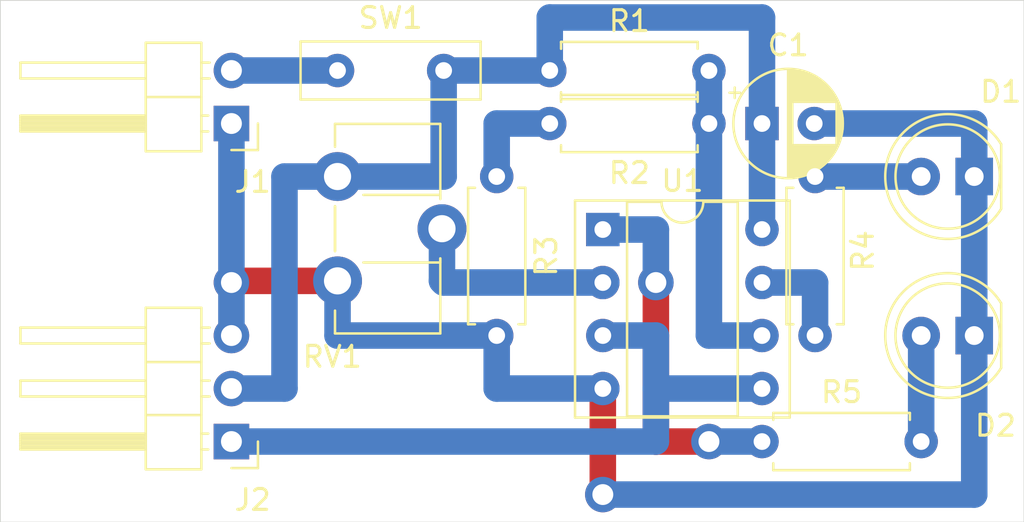
<source format=kicad_pcb>
(kicad_pcb (version 20211014) (generator pcbnew)
  (layers (0 "F.Cu" signal "Front") (31 "B.Cu" signal "Back") (34 "B.Paste" user) (35 "F.Paste" user) (36 "B.SilkS" user "B.Silkscreen") (37 "F.SilkS" user "F.Silkscreen") (38 "B.Mask" user) (39 "F.Mask" user) (44 "Edge.Cuts" user))
  (net 0 "")
  (net 1 "VCC")
  (net 2 "GND")
  (net 3 "Net-(D1-Pad2)")
  (net 4 "Net-(D2-Pad2)")
  (net 5 "/SENS")
  (net 6 "Net-(R1-Pad2)")
  (net 7 "Net-(R2-Pad2)")
  (net 8 "Net-(R4-Pad1)")
  (net 9 "Net-(R5-Pad1)")
  (net 10 "Net-(RV1-Pad2)")
  (net 11 "Net-(J1-Pad2)")
  (footprint "Resistor_THT:R_Axial_DIN0207_L6.3mm_D2.5mm_P7.62mm_Horizontal" (layer "F.Cu") (at 48.26 27.94 -90)
    (fp_text reference "R3" (at 3.81 -2.37 90) (layer "F.SilkS"))
    (fp_text value "470")
    (fp_line (start 0.54 -1.37) (end 7.08 -1.37) (layer "F.SilkS") (width 0.12))
    (fp_line (start 7.08 -1.37) (end 7.08 -1.04) (layer "F.SilkS") (width 0.12))
    (fp_line (start 0.54 1.04) (end 0.54 1.37) (layer "F.SilkS") (width 0.12))
    (fp_line (start 0.54 1.37) (end 7.08 1.37) (layer "F.SilkS") (width 0.12))
    (fp_line (start 0.54 -1.04) (end 0.54 -1.37) (layer "F.SilkS") (width 0.12))
    (fp_line (start 7.08 1.37) (end 7.08 1.04) (layer "F.SilkS") (width 0.12))
    (pad "1" thru_hole circle (at 0 0 270) (size 1.6 1.6) (drill 0.8) (layers *.Cu *.Mask) (net 7 "Net-(R2-Pad2)"))
    (pad "2" thru_hole oval (at 7.62 0 270) (size 1.6 1.6) (drill 0.8) (layers *.Cu *.Mask) (net 2 "GND"))
  )
  (footprint "Resistor_THT:R_Axial_DIN0207_L6.3mm_D2.5mm_P7.62mm_Horizontal" (layer "F.Cu") (at 50.8 22.86)
    (fp_text reference "R1" (at 3.81 -2.37) (layer "F.SilkS"))
    (fp_text value "10k")
    (fp_line (start 0.54 1.37) (end 7.08 1.37) (layer "F.SilkS") (width 0.12))
    (fp_line (start 7.08 -1.37) (end 7.08 -1.04) (layer "F.SilkS") (width 0.12))
    (fp_line (start 0.54 -1.04) (end 0.54 -1.37) (layer "F.SilkS") (width 0.12))
    (fp_line (start 7.08 1.37) (end 7.08 1.04) (layer "F.SilkS") (width 0.12))
    (fp_line (start 0.54 -1.37) (end 7.08 -1.37) (layer "F.SilkS") (width 0.12))
    (fp_line (start 0.54 1.04) (end 0.54 1.37) (layer "F.SilkS") (width 0.12))
    (pad "1" thru_hole circle (at 0 0) (size 1.6 1.6) (drill 0.8) (layers *.Cu *.Mask) (net 1 "VCC"))
    (pad "2" thru_hole oval (at 7.62 0) (size 1.6 1.6) (drill 0.8) (layers *.Cu *.Mask) (net 6 "Net-(R1-Pad2)"))
  )
  (footprint "LED_THT:LED_D5.0mm" (layer "F.Cu") (at 71.12 27.94 180)
    (fp_text reference "D1" (at -1.27 4.064) (layer "F.SilkS"))
    (fp_text value "RED")
    (fp_line (start -1.29 -1.545) (end -1.29 1.545) (layer "F.SilkS") (width 0.12))
    (fp_arc (start 4.26 -0.000462) (mid 2.072002 2.880433) (end -1.29 1.54483) (layer "F.SilkS") (width 0.12))
    (fp_arc (start -1.29 -1.54483) (mid 2.072002 -2.880433) (end 4.26 0.000462) (layer "F.SilkS") (width 0.12))
    (fp_circle (center 1.27 0) (end 3.77 0) (layer "F.SilkS") (width 0.12) (fill none))
    (pad "1" thru_hole rect (at 0 0 180) (size 1.8 1.8) (drill 0.9) (layers *.Cu *.Mask) (net 2 "GND"))
    (pad "2" thru_hole circle (at 2.54 0 180) (size 1.8 1.8) (drill 0.9) (layers *.Cu *.Mask) (net 3 "Net-(D1-Pad2)"))
  )
  (footprint "Capacitor_THT:CP_Radial_D5.0mm_P2.50mm" (layer "F.Cu") (at 60.96 25.4)
    (fp_text reference "C1" (at 1.25 -3.75) (layer "F.SilkS"))
    (fp_text value "100p")
    (fp_line (start 3.291 1.04) (end 3.291 1.605) (layer "F.SilkS") (width 0.12))
    (fp_line (start 3.371 1.04) (end 3.371 1.5) (layer "F.SilkS") (width 0.12))
    (fp_line (start 2.571 1.04) (end 2.571 2.224) (layer "F.SilkS") (width 0.12))
    (fp_line (start 3.091 -1.826) (end 3.091 -1.04) (layer "F.SilkS") (width 0.12))
    (fp_line (start 2.611 1.04) (end 2.611 2.2) (layer "F.SilkS") (width 0.12))
    (fp_line (start 2.691 -2.149) (end 2.691 -1.04) (layer "F.SilkS") (width 0.12))
    (fp_line (start 3.331 -1.554) (end 3.331 -1.04) (layer "F.SilkS") (width 0.12))
    (fp_line (start 2.851 1.04) (end 2.851 2.035) (layer "F.SilkS") (width 0.12))
    (fp_line (start 3.811 -0.518) (end 3.811 0.518) (layer "F.SilkS") (width 0.12))
    (fp_line (start 1.81 1.04) (end 1.81 2.52) (layer "F.SilkS") (width 0.12))
    (fp_line (start 1.69 -2.543) (end 1.69 -1.04) (layer "F.SilkS") (width 0.12))
    (fp_line (start 2.291 1.04) (end 2.291 2.365) (layer "F.SilkS") (width 0.12))
    (fp_line (start 2.051 -2.455) (end 2.051 -1.04) (layer "F.SilkS") (width 0.12))
    (fp_line (start 1.65 -2.55) (end 1.65 -1.04) (layer "F.SilkS") (width 0.12))
    (fp_line (start 3.211 -1.699) (end 3.211 -1.04) (layer "F.SilkS") (width 0.12))
    (fp_line (start -1.554775 -1.475) (end -1.054775 -1.475) (layer "F.SilkS") (width 0.12))
    (fp_line (start 3.571 -1.178) (end 3.571 1.178) (layer "F.SilkS") (width 0.12))
    (fp_line (start 1.61 -2.556) (end 1.61 -1.04) (layer "F.SilkS") (width 0.12))
    (fp_line (start 1.53 1.04) (end 1.53 2.565) (layer "F.SilkS") (width 0.12))
    (fp_line (start 2.171 -2.414) (end 2.171 -1.04) (layer "F.SilkS") (width 0.12))
    (fp_line (start 2.851 -2.035) (end 2.851 -1.04) (layer "F.SilkS") (width 0.12))
    (fp_line (start 2.451 1.04) (end 2.451 2.29) (layer "F.SilkS") (width 0.12))
    (fp_line (start 2.531 1.04) (end 2.531 2.247) (layer "F.SilkS") (width 0.12))
    (fp_line (start 2.571 -2.224) (end 2.571 -1.04) (layer "F.SilkS") (width 0.12))
    (fp_line (start 2.451 -2.29) (end 2.451 -1.04) (layer "F.SilkS") (width 0.12))
    (fp_line (start 2.171 1.04) (end 2.171 2.414) (layer "F.SilkS") (width 0.12))
    (fp_line (start 2.251 1.04) (end 2.251 2.382) (layer "F.SilkS") (width 0.12))
    (fp_line (start 3.411 1.04) (end 3.411 1.443) (layer "F.SilkS") (width 0.12))
    (fp_line (start 2.251 -2.382) (end 2.251 -1.04) (layer "F.SilkS") (width 0.12))
    (fp_line (start 3.251 -1.653) (end 3.251 -1.04) (layer "F.SilkS") (width 0.12))
    (fp_line (start 1.69 1.04) (end 1.69 2.543) (layer "F.SilkS") (width 0.12))
    (fp_line (start 2.651 -2.175) (end 2.651 -1.04) (layer "F.SilkS") (width 0.12))
    (fp_line (start 1.77 1.04) (end 1.77 2.528) (layer "F.SilkS") (width 0.12))
    (fp_line (start 3.411 -1.443) (end 3.411 -1.04) (layer "F.SilkS") (width 0.12))
    (fp_line (start 1.49 -2.569) (end 1.49 -1.04) (layer "F.SilkS") (width 0.12))
    (fp_line (start 3.451 1.04) (end 3.451 1.383) (layer "F.SilkS") (width 0.12))
    (fp_line (start 2.091 1.04) (end 2.091 2.442) (layer "F.SilkS") (width 0.12))
    (fp_line (start 1.85 -2.511) (end 1.85 -1.04) (layer "F.SilkS") (width 0.12))
    (fp_line (start 1.85 1.04) (end 1.85 2.511) (layer "F.SilkS") (width 0.12))
    (fp_line (start 2.651 1.04) (end 2.651 2.175) (layer "F.SilkS") (width 0.12))
    (fp_line (start 2.771 -2.095) (end 2.771 -1.04) (layer "F.SilkS") (width 0.12))
    (fp_line (start 1.73 -2.536) (end 1.73 -1.04) (layer "F.SilkS") (width 0.12))
    (fp_line (start 3.331 1.04) (end 3.331 1.554) (layer "F.SilkS") (width 0.12))
    (fp_line (start 2.411 -2.31) (end 2.411 -1.04) (layer "F.SilkS") (width 0.12))
    (fp_line (start 2.771 1.04) (end 2.771 2.095) (layer "F.SilkS") (width 0.12))
    (fp_line (start 3.091 1.04) (end 3.091 1.826) (layer "F.SilkS") (width 0.12))
    (fp_line (start 3.611 -1.098) (end 3.611 1.098) (layer "F.SilkS") (width 0.12))
    (fp_line (start 2.011 -2.468) (end 2.011 -1.04) (layer "F.SilkS") (width 0.12))
    (fp_line (start 3.211 1.04) (end 3.211 1.699) (layer "F.SilkS") (width 0.12))
    (fp_line (start 2.131 -2.428) (end 2.131 -1.04) (layer "F.SilkS") (width 0.12))
    (fp_line (start 2.811 1.04) (end 2.811 2.065) (layer "F.SilkS") (width 0.12))
    (fp_line (start 1.49 1.04) (end 1.49 2.569) (layer "F.SilkS") (width 0.12))
    (fp_line (start 3.051 -1.864) (end 3.051 -1.04) (layer "F.SilkS") (width 0.12))
    (fp_line (start 2.331 1.04) (end 2.331 2.348) (layer "F.SilkS") (width 0.12))
    (fp_line (start 1.45 -2.573) (end 1.45 2.573) (layer "F.SilkS") (width 0.12))
    (fp_line (start 1.971 1.04) (end 1.971 2.48) (layer "F.SilkS") (width 0.12))
    (fp_line (start 2.091 -2.442) (end 2.091 -1.04) (layer "F.SilkS") (width 0.12))
    (fp_line (start 2.971 1.04) (end 2.971 1.937) (layer "F.SilkS") (width 0.12))
    (fp_line (start 3.131 1.04) (end 3.131 1.785) (layer "F.SilkS") (width 0.12))
    (fp_line (start 2.291 -2.365) (end 2.291 -1.04) (layer "F.SilkS") (width 0.12))
    (fp_line (start 2.331 -2.348) (end 2.331 -1.04) (layer "F.SilkS") (width 0.12))
    (fp_line (start 1.57 -2.561) (end 1.57 -1.04) (layer "F.SilkS") (width 0.12))
    (fp_line (start 1.73 1.04) (end 1.73 2.536) (layer "F.SilkS") (width 0.12))
    (fp_line (start 2.371 1.04) (end 2.371 2.329) (layer "F.SilkS") (width 0.12))
    (fp_line (start 3.171 1.04) (end 3.171 1.743) (layer "F.SilkS") (width 0.12))
    (fp_line (start 1.81 -2.52) (end 1.81 -1.04) (layer "F.SilkS") (width 0.12))
    (fp_line (start 1.89 -2.501) (end 1.89 -1.04) (layer "F.SilkS") (width 0.12))
    (fp_line (start 2.371 -2.329) (end 2.371 -1.04) (layer "F.SilkS") (width 0.12))
    (fp_line (start 1.57 1.04) (end 1.57 2.561) (layer "F.SilkS") (width 0.12))
    (fp_line (start 3.131 -1.785) (end 3.131 -1.04) (layer "F.SilkS") (width 0.12))
    (fp_line (start 2.131 1.04) (end 2.131 2.428) (layer "F.SilkS") (width 0.12))
    (fp_line (start 2.691 1.04) (end 2.691 2.149) (layer "F.SilkS") (width 0.12))
    (fp_line (start 3.731 -0.805) (end 3.731 0.805) (layer "F.SilkS") (width 0.12))
    (fp_line (start 2.051 1.04) (end 2.051 2.455) (layer "F.SilkS") (width 0.12))
    (fp_line (start 1.77 -2.528) (end 1.77 -1.04) (layer "F.SilkS") (width 0.12))
    (fp_line (start 2.931 1.04) (end 2.931 1.971) (layer "F.SilkS") (width 0.12))
    (fp_line (start 2.211 -2.398) (end 2.211 -1.04) (layer "F.SilkS") (width 0.12))
    (fp_line (start 3.011 1.04) (end 3.011 1.901) (layer "F.SilkS") (width 0.12))
    (fp_line (start 3.691 -0.915) (end 3.691 0.915) (layer "F.SilkS") (width 0.12))
    (fp_line (start 2.411 1.04) (end 2.411 2.31) (layer "F.SilkS") (width 0.12))
    (fp_line (start 2.891 1.04) (end 2.891 2.004) (layer "F.SilkS") (width 0.12))
    (fp_line (start 1.93 -2.491) (end 1.93 -1.04) (layer "F.SilkS") (width 0.12))
    (fp_line (start 1.61 1.04) (end 1.61 2.556) (layer "F.SilkS") (width 0.12))
    (fp_line (start 1.89 1.04) (end 1.89 2.501) (layer "F.SilkS") (width 0.12))
    (fp_line (start 2.491 1.04) (end 2.491 2.268) (layer "F.SilkS") (width 0.12))
    (fp_line (start 2.491 -2.268) (end 2.491 -1.04) (layer "F.SilkS") (width 0.12))
    (fp_line (start 3.051 1.04) (end 3.051 1.864) (layer "F.SilkS") (width 0.12))
    (fp_line (start 2.211 1.04) (end 2.211 2.398) (layer "F.SilkS") (width 0.12))
    (fp_line (start -1.304775 -1.725) (end -1.304775 -1.225) (layer "F.SilkS") (width 0.12))
    (fp_line (start 1.65 1.04) (end 1.65 2.55) (layer "F.SilkS") (width 0.12))
    (fp_line (start 2.011 1.04) (end 2.011 2.468) (layer "F.SilkS") (width 0.12))
    (fp_line (start 1.33 -2.579) (end 1.33 2.579) (layer "F.SilkS") (width 0.12))
    (fp_line (start 1.25 -2.58) (end 1.25 2.58) (layer "F.SilkS") (width 0.12))
    (fp_line (start 3.291 -1.605) (end 3.291 -1.04) (layer "F.SilkS") (width 0.12))
    (fp_line (start 3.371 -1.5) (end 3.371 -1.04) (layer "F.SilkS") (width 0.12))
    (fp_line (start 3.171 -1.743) (end 3.171 -1.04) (layer "F.SilkS") (width 0.12))
    (fp_line (start 3.251 1.04) (end 3.251 1.653) (layer "F.SilkS") (width 0.12))
    (fp_line (start 1.29 -2.58) (end 1.29 2.58) (layer "F.SilkS") (width 0.12))
    (fp_line (start 3.531 1.04) (end 3.531 1.251) (layer "F.SilkS") (width 0.12))
    (fp_line (start 2.731 1.04) (end 2.731 2.122) (layer "F.SilkS") (width 0.12))
    (fp_line (start 3.651 -1.011) (end 3.651 1.011) (layer "F.SilkS") (width 0.12))
    (fp_line (start 1.93 1.04) (end 1.93 2.491) (layer "F.SilkS") (width 0.12))
    (fp_line (start 3.491 -1.319) (end 3.491 -1.04) (layer "F.SilkS") (width 0.12))
    (fp_line (start 1.41 -2.576) (end 1.41 2.576) (layer "F.SilkS") (width 0.12))
    (fp_line (start 2.531 -2.247) (end 2.531 -1.04) (layer "F.SilkS") (width 0.12))
    (fp_line (start 2.891 -2.004) (end 2.891 -1.04) (layer "F.SilkS") (width 0.12))
    (fp_line (start 1.37 -2.578) (end 1.37 2.578) (layer "F.SilkS") (width 0.12))
    (fp_line (start 2.931 -1.971) (end 2.931 -1.04) (layer "F.SilkS") (width 0.12))
    (fp_line (start 3.771 -0.677) (end 3.771 0.677) (layer "F.SilkS") (width 0.12))
    (fp_line (start 3.451 -1.383) (end 3.451 -1.04) (layer "F.SilkS") (width 0.12))
    (fp_line (start 3.491 1.04) (end 3.491 1.319) (layer "F.SilkS") (width 0.12))
    (fp_line (start 1.971 -2.48) (end 1.971 -1.04) (layer "F.SilkS") (width 0.12))
    (fp_line (start 2.611 -2.2) (end 2.611 -1.04) (layer "F.SilkS") (width 0.12))
    (fp_line (start 1.53 -2.565) (end 1.53 -1.04) (layer "F.SilkS") (width 0.12))
    (fp_line (start 2.971 -1.937) (end 2.971 -1.04) (layer "F.SilkS") (width 0.12))
    (fp_line (start 2.811 -2.065) (end 2.811 -1.04) (layer "F.SilkS") (width 0.12))
    (fp_line (start 3.531 -1.251) (end 3.531 -1.04) (layer "F.SilkS") (width 0.12))
    (fp_line (start 3.011 -1.901) (end 3.011 -1.04) (layer "F.SilkS") (width 0.12))
    (fp_line (start 2.731 -2.122) (end 2.731 -1.04) (layer "F.SilkS") (width 0.12))
    (fp_line (start 3.851 -0.284) (end 3.851 0.284) (layer "F.SilkS") (width 0.12))
    (fp_circle (center 1.25 0) (end 3.87 0) (layer "F.SilkS") (width 0.12) (fill none))
    (pad "1" thru_hole rect (at 0 0) (size 1.6 1.6) (drill 0.8) (layers *.Cu *.Mask) (net 1 "VCC"))
    (pad "2" thru_hole circle (at 2.5 0) (size 1.6 1.6) (drill 0.8) (layers *.Cu *.Mask) (net 2 "GND"))
  )
  (footprint "Resistor_THT:R_Box_L8.4mm_W2.5mm_P5.08mm" (layer "F.Cu") (at 40.64 22.86)
    (fp_text reference "SW1" (at 2.54 -2.52) (layer "F.SilkS"))
    (fp_text value "ON/OFF")
    (fp_line (start -1.77 -1.39) (end 6.85 -1.39) (layer "F.SilkS") (width 0.12))
    (fp_line (start -1.77 1.39) (end 6.85 1.39) (layer "F.SilkS") (width 0.12))
    (fp_line (start 6.85 -1.39) (end 6.85 1.39) (layer "F.SilkS") (width 0.12))
    (fp_line (start -1.77 -1.39) (end -1.77 1.39) (layer "F.SilkS") (width 0.12))
    (pad "1" thru_hole circle (at 0 0) (size 1.6 1.6) (drill 0.8) (layers *.Cu *.Mask) (net 11 "Net-(J1-Pad2)"))
    (pad "2" thru_hole circle (at 5.08 0) (size 1.6 1.6) (drill 0.8) (layers *.Cu *.Mask) (net 1 "VCC"))
  )
  (footprint "Potentiometer_THT:Potentiometer_ACP_CA9-H5_Horizontal" (layer "F.Cu") (at 40.64 27.94)
    (fp_text reference "RV1" (at -0.254 8.636) (layer "F.SilkS"))
    (fp_text value "5k")
    (fp_line (start 4.92 3.925) (end 4.92 7.52) (layer "F.SilkS") (width 0.12))
    (fp_line (start 1.237 4.12) (end 4.92 4.12) (layer "F.SilkS") (width 0.12))
    (fp_line (start 4.92 0.88) (end 4.92 1.075) (layer "F.SilkS") (width 0.12))
    (fp_line (start -0.121 -2.521) (end -0.121 -1.426) (layer "F.SilkS") (width 0.12))
    (fp_line (start -0.121 -2.521) (end 4.92 -2.521) (layer "F.SilkS") (width 0.12))
    (fp_line (start -0.121 1.426) (end -0.121 3.575) (layer "F.SilkS") (width 0.12))
    (fp_line (start 4.92 -2.521) (end 4.92 1.075) (layer "F.SilkS") (width 0.12))
    (fp_line (start -0.121 1.426) (end -0.121 3.575) (layer "F.SilkS") (width 0.12))
    (fp_line (start -0.121 7.52) (end 4.92 7.52) (layer "F.SilkS") (width 0.12))
    (fp_line (start 1.237 0.88) (end 4.92 0.88) (layer "F.SilkS") (width 0.12))
    (fp_line (start -0.121 6.425) (end -0.121 7.52) (layer "F.SilkS") (width 0.12))
    (fp_line (start 4.92 3.925) (end 4.92 4.12) (layer "F.SilkS") (width 0.12))
    (pad "1" thru_hole circle (at 0 0) (size 2.34 2.34) (drill 1.3) (layers *.Cu *.Mask) (net 1 "VCC"))
    (pad "2" thru_hole circle (at 5 2.5) (size 2.34 2.34) (drill 1.3) (layers *.Cu *.Mask) (net 10 "Net-(RV1-Pad2)"))
    (pad "3" thru_hole circle (at 0 5) (size 2.34 2.34) (drill 1.3) (layers *.Cu *.Mask) (net 2 "GND"))
  )
  (footprint "Resistor_THT:R_Axial_DIN0207_L6.3mm_D2.5mm_P7.62mm_Horizontal" (layer "F.Cu") (at 63.5 35.56 90)
    (fp_text reference "R4" (at 4.064 2.286 90) (layer "F.SilkS"))
    (fp_text value "100")
    (fp_line (start 0.54 1.04) (end 0.54 1.37) (layer "F.SilkS") (width 0.12))
    (fp_line (start 0.54 1.37) (end 7.08 1.37) (layer "F.SilkS") (width 0.12))
    (fp_line (start 0.54 -1.04) (end 0.54 -1.37) (layer "F.SilkS") (width 0.12))
    (fp_line (start 7.08 1.37) (end 7.08 1.04) (layer "F.SilkS") (width 0.12))
    (fp_line (start 0.54 -1.37) (end 7.08 -1.37) (layer "F.SilkS") (width 0.12))
    (fp_line (start 7.08 -1.37) (end 7.08 -1.04) (layer "F.SilkS") (width 0.12))
    (pad "1" thru_hole circle (at 0 0 90) (size 1.6 1.6) (drill 0.8) (layers *.Cu *.Mask) (net 8 "Net-(R4-Pad1)"))
    (pad "2" thru_hole oval (at 7.62 0 90) (size 1.6 1.6) (drill 0.8) (layers *.Cu *.Mask) (net 3 "Net-(D1-Pad2)"))
  )
  (footprint "Package_DIP:DIP-8_W7.62mm_Socket" (layer "F.Cu") (at 53.34 30.48)
    (fp_text reference "U1" (at 3.81 -2.33) (layer "F.SilkS"))
    (fp_text value "LM358")
    (fp_line (start 8.95 9.01) (end 8.95 -1.39) (layer "F.SilkS") (width 0.12))
    (fp_line (start 6.46 -1.33) (end 4.81 -1.33) (layer "F.SilkS") (width 0.12))
    (fp_line (start -1.33 9.01) (end 8.95 9.01) (layer "F.SilkS") (width 0.12))
    (fp_line (start 1.16 -1.33) (end 1.16 8.95) (layer "F.SilkS") (width 0.12))
    (fp_line (start 2.81 -1.33) (end 1.16 -1.33) (layer "F.SilkS") (width 0.12))
    (fp_line (start 1.16 8.95) (end 6.46 8.95) (layer "F.SilkS") (width 0.12))
    (fp_line (start 8.95 -1.39) (end -1.33 -1.39) (layer "F.SilkS") (width 0.12))
    (fp_line (start 6.46 8.95) (end 6.46 -1.33) (layer "F.SilkS") (width 0.12))
    (fp_line (start -1.33 -1.39) (end -1.33 9.01) (layer "F.SilkS") (width 0.12))
    (fp_arc (start 4.81 -1.33) (mid 3.81 -0.33) (end 2.81 -1.33) (layer "F.SilkS") (width 0.12))
    (pad "1" thru_hole rect (at 0 0) (size 1.6 1.6) (drill 0.8) (layers *.Cu *.Mask) (net 9 "Net-(R5-Pad1)"))
    (pad "2" thru_hole oval (at 0 2.54) (size 1.6 1.6) (drill 0.8) (layers *.Cu *.Mask) (net 10 "Net-(RV1-Pad2)"))
    (pad "3" thru_hole oval (at 0 5.08) (size 1.6 1.6) (drill 0.8) (layers *.Cu *.Mask) (net 5 "/SENS"))
    (pad "4" thru_hole oval (at 0 7.62) (size 1.6 1.6) (drill 0.8) (layers *.Cu *.Mask) (net 2 "GND"))
    (pad "5" thru_hole oval (at 7.62 7.62) (size 1.6 1.6) (drill 0.8) (layers *.Cu *.Mask) (net 5 "/SENS"))
    (pad "6" thru_hole oval (at 7.62 5.08) (size 1.6 1.6) (drill 0.8) (layers *.Cu *.Mask) (net 6 "Net-(R1-Pad2)"))
    (pad "7" thru_hole oval (at 7.62 2.54) (size 1.6 1.6) (drill 0.8) (layers *.Cu *.Mask) (net 8 "Net-(R4-Pad1)"))
    (pad "8" thru_hole oval (at 7.62 0) (size 1.6 1.6) (drill 0.8) (layers *.Cu *.Mask) (net 1 "VCC"))
  )
  (footprint "Connector_PinHeader_2.54mm:PinHeader_1x02_P2.54mm_Horizontal" (layer "F.Cu") (at 35.56 25.4 180)
    (fp_text reference "J1" (at -1.016 -2.794) (layer "F.SilkS"))
    (fp_text value "PWR")
    (fp_line (start 10.1 2.92) (end 4.1 2.92) (layer "F.SilkS") (width 0.12))
    (fp_line (start 1.11 0.38) (end 1.44 0.38) (layer "F.SilkS") (width 0.12))
    (fp_line (start 10.1 0.38) (end 4.1 0.38) (layer "F.SilkS") (width 0.12))
    (fp_line (start 4.1 -0.32) (end 10.1 -0.32) (layer "F.SilkS") (width 0.12))
    (fp_line (start 1.44 3.87) (end 4.1 3.87) (layer "F.SilkS") (width 0.12))
    (fp_line (start 4.1 -0.2) (end 10.1 -0.2) (layer "F.SilkS") (width 0.12))
    (fp_line (start 1.44 -1.33) (end 1.44 3.87) (layer "F.SilkS") (width 0.12))
    (fp_line (start -1.27 0) (end -1.27 -1.27) (layer "F.SilkS") (width 0.12))
    (fp_line (start 4.1 -0.38) (end 10.1 -0.38) (layer "F.SilkS") (width 0.12))
    (fp_line (start 4.1 -0.08) (end 10.1 -0.08) (layer "F.SilkS") (width 0.12))
    (fp_line (start -1.27 -1.27) (end 0 -1.27) (layer "F.SilkS") (width 0.12))
    (fp_line (start 4.1 0.16) (end 10.1 0.16) (layer "F.SilkS") (width 0.12))
    (fp_line (start 1.11 -0.38) (end 1.44 -0.38) (layer "F.SilkS") (width 0.12))
    (fp_line (start 10.1 2.16) (end 10.1 2.92) (layer "F.SilkS") (width 0.12))
    (fp_line (start 10.1 -0.38) (end 10.1 0.38) (layer "F.SilkS") (width 0.12))
    (fp_line (start 4.1 -1.33) (end 1.44 -1.33) (layer "F.SilkS") (width 0.12))
    (fp_line (start 4.1 0.28) (end 10.1 0.28) (layer "F.SilkS") (width 0.12))
    (fp_line (start 1.042929 2.16) (end 1.44 2.16) (layer "F.SilkS") (width 0.12))
    (fp_line (start 4.1 2.16) (end 10.1 2.16) (layer "F.SilkS") (width 0.12))
    (fp_line (start 4.1 3.87) (end 4.1 -1.33) (layer "F.SilkS") (width 0.12))
    (fp_line (start 4.1 0.04) (end 10.1 0.04) (layer "F.SilkS") (width 0.12))
    (fp_line (start 1.44 1.27) (end 4.1 1.27) (layer "F.SilkS") (width 0.12))
    (fp_line (start 1.042929 2.92) (end 1.44 2.92) (layer "F.SilkS") (width 0.12))
    (pad "1" thru_hole rect (at 0 0 180) (size 1.7 1.7) (drill 1) (layers *.Cu *.Mask) (net 2 "GND"))
    (pad "2" thru_hole oval (at 0 2.54 180) (size 1.7 1.7) (drill 1) (layers *.Cu *.Mask) (net 11 "Net-(J1-Pad2)"))
  )
  (footprint "Resistor_THT:R_Axial_DIN0207_L6.3mm_D2.5mm_P7.62mm_Horizontal" (layer "F.Cu") (at 58.42 25.4 180)
    (fp_text reference "R2" (at 3.81 -2.37) (layer "F.SilkS"))
    (fp_text value "10k")
    (fp_line (start 7.08 -1.37) (end 7.08 -1.04) (layer "F.SilkS") (width 0.12))
    (fp_line (start 0.54 1.04) (end 0.54 1.37) (layer "F.SilkS") (width 0.12))
    (fp_line (start 7.08 1.37) (end 7.08 1.04) (layer "F.SilkS") (width 0.12))
    (fp_line (start 0.54 1.37) (end 7.08 1.37) (layer "F.SilkS") (width 0.12))
    (fp_line (start 0.54 -1.37) (end 7.08 -1.37) (layer "F.SilkS") (width 0.12))
    (fp_line (start 0.54 -1.04) (end 0.54 -1.37) (layer "F.SilkS") (width 0.12))
    (pad "1" thru_hole circle (at 0 0 180) (size 1.6 1.6) (drill 0.8) (layers *.Cu *.Mask) (net 6 "Net-(R1-Pad2)"))
    (pad "2" thru_hole oval (at 7.62 0 180) (size 1.6 1.6) (drill 0.8) (layers *.Cu *.Mask) (net 7 "Net-(R2-Pad2)"))
  )
  (footprint "Connector_PinHeader_2.54mm:PinHeader_1x03_P2.54mm_Horizontal" (layer "F.Cu") (at 35.56 40.64 180)
    (fp_text reference "J2" (at -1.016 -2.794) (layer "F.SilkS"))
    (fp_text value "SENS")
    (fp_line (start 10.1 0.38) (end 4.1 0.38) (layer "F.SilkS") (width 0.12))
    (fp_line (start 1.042929 5.46) (end 1.44 5.46) (layer "F.SilkS") (width 0.12))
    (fp_line (start 1.44 -1.33) (end 1.44 6.41) (layer "F.SilkS") (width 0.12))
    (fp_line (start 1.042929 2.92) (end 1.44 2.92) (layer "F.SilkS") (width 0.12))
    (fp_line (start 10.1 4.7) (end 10.1 5.46) (layer "F.SilkS") (width 0.12))
    (fp_line (start 4.1 -1.33) (end 1.44 -1.33) (layer "F.SilkS") (width 0.12))
    (fp_line (start 10.1 5.46) (end 4.1 5.46) (layer "F.SilkS") (width 0.12))
    (fp_line (start 1.11 -0.38) (end 1.44 -0.38) (layer "F.SilkS") (width 0.12))
    (fp_line (start 1.11 0.38) (end 1.44 0.38) (layer "F.SilkS") (width 0.12))
    (fp_line (start 4.1 4.7) (end 10.1 4.7) (layer "F.SilkS") (width 0.12))
    (fp_line (start 1.042929 2.16) (end 1.44 2.16) (layer "F.SilkS") (width 0.12))
    (fp_line (start 1.042929 4.7) (end 1.44 4.7) (layer "F.SilkS") (width 0.12))
    (fp_line (start 1.44 3.81) (end 4.1 3.81) (layer "F.SilkS") (width 0.12))
    (fp_line (start 10.1 2.92) (end 4.1 2.92) (layer "F.SilkS") (width 0.12))
    (fp_line (start 4.1 -0.38) (end 10.1 -0.38) (layer "F.SilkS") (width 0.12))
    (fp_line (start 4.1 0.16) (end 10.1 0.16) (layer "F.SilkS") (width 0.12))
    (fp_line (start 10.1 2.16) (end 10.1 2.92) (layer "F.SilkS") (width 0.12))
    (fp_line (start 4.1 -0.08) (end 10.1 -0.08) (layer "F.SilkS") (width 0.12))
    (fp_line (start -1.27 -1.27) (end 0 -1.27) (layer "F.SilkS") (width 0.12))
    (fp_line (start 1.44 1.27) (end 4.1 1.27) (layer "F.SilkS") (width 0.12))
    (fp_line (start 4.1 -0.2) (end 10.1 -0.2) (layer "F.SilkS") (width 0.12))
    (fp_line (start 4.1 2.16) (end 10.1 2.16) (layer "F.SilkS") (width 0.12))
    (fp_line (start 4.1 0.28) (end 10.1 0.28) (layer "F.SilkS") (width 0.12))
    (fp_line (start 4.1 -0.32) (end 10.1 -0.32) (layer "F.SilkS") (width 0.12))
    (fp_line (start 1.44 6.41) (end 4.1 6.41) (layer "F.SilkS") (width 0.12))
    (fp_line (start -1.27 0) (end -1.27 -1.27) (layer "F.SilkS") (width 0.12))
    (fp_line (start 4.1 6.41) (end 4.1 -1.33) (layer "F.SilkS") (width 0.12))
    (fp_line (start 10.1 -0.38) (end 10.1 0.38) (layer "F.SilkS") (width 0.12))
    (fp_line (start 4.1 0.04) (end 10.1 0.04) (layer "F.SilkS") (width 0.12))
    (pad "1" thru_hole rect (at 0 0 180) (size 1.7 1.7) (drill 1) (layers *.Cu *.Mask) (net 5 "/SENS"))
    (pad "2" thru_hole oval (at 0 2.54 180) (size 1.7 1.7) (drill 1) (layers *.Cu *.Mask) (net 1 "VCC"))
    (pad "3" thru_hole oval (at 0 5.08 180) (size 1.7 1.7) (drill 1) (layers *.Cu *.Mask) (net 2 "GND"))
  )
  (footprint "LED_THT:LED_D5.0mm" (layer "F.Cu") (at 71.12 35.56 180)
    (fp_text reference "D2" (at -1.016 -4.318) (layer "F.SilkS"))
    (fp_text value "YEL")
    (fp_line (start -1.29 -1.545) (end -1.29 1.545) (layer "F.SilkS") (width 0.12))
    (fp_arc (start 4.26 -0.000462) (mid 2.072002 2.880433) (end -1.29 1.54483) (layer "F.SilkS") (width 0.12))
    (fp_arc (start -1.29 -1.54483) (mid 2.072002 -2.880433) (end 4.26 0.000462) (layer "F.SilkS") (width 0.12))
    (fp_circle (center 1.27 0) (end 3.77 0) (layer "F.SilkS") (width 0.12) (fill none))
    (pad "1" thru_hole rect (at 0 0 180) (size 1.8 1.8) (drill 0.9) (layers *.Cu *.Mask) (net 2 "GND"))
    (pad "2" thru_hole circle (at 2.54 0 180) (size 1.8 1.8) (drill 0.9) (layers *.Cu *.Mask) (net 4 "Net-(D2-Pad2)"))
  )
  (footprint "Resistor_THT:R_Axial_DIN0207_L6.3mm_D2.5mm_P7.62mm_Horizontal" (layer "F.Cu") (at 60.96 40.64)
    (fp_text reference "R5" (at 3.81 -2.37) (layer "F.SilkS"))
    (fp_text value "100")
    (fp_line (start 0.54 -1.04) (end 0.54 -1.37) (layer "F.SilkS") (width 0.12))
    (fp_line (start 0.54 1.04) (end 0.54 1.37) (layer "F.SilkS") (width 0.12))
    (fp_line (start 7.08 1.37) (end 7.08 1.04) (layer "F.SilkS") (width 0.12))
    (fp_line (start 0.54 -1.37) (end 7.08 -1.37) (layer "F.SilkS") (width 0.12))
    (fp_line (start 0.54 1.37) (end 7.08 1.37) (layer "F.SilkS") (width 0.12))
    (fp_line (start 7.08 -1.37) (end 7.08 -1.04) (layer "F.SilkS") (width 0.12))
    (pad "1" thru_hole circle (at 0 0) (size 1.6 1.6) (drill 0.8) (layers *.Cu *.Mask) (net 9 "Net-(R5-Pad1)"))
    (pad "2" thru_hole oval (at 7.62 0) (size 1.6 1.6) (drill 0.8) (layers *.Cu *.Mask) (net 4 "Net-(D2-Pad2)"))
  )
  (gr_rect (start 24.5 19.5) (end 73.5 44.5) (layer "Edge.Cuts") (width 0.0381) (fill none))
  (segment (start 38.1 38.1) (end 35.56 38.1) (width 1.27) (layer "B.Cu") (net 1))
  (segment (start 60.96 20.32) (end 50.8 20.32) (width 1.27) (layer "B.Cu") (net 1))
  (segment (start 60.96 25.4) (end 60.96 20.32) (width 1.27) (layer "B.Cu") (net 1))
  (segment (start 50.8 20.32) (end 50.8 22.86) (width 1.27) (layer "B.Cu") (net 1))
  (segment (start 45.72 22.86) (end 50.8 22.86) (width 1.27) (layer "B.Cu") (net 1))
  (segment (start 45.72 27.94) (end 40.64 27.94) (width 1.27) (layer "B.Cu") (net 1))
  (segment (start 45.72 22.86) (end 45.72 27.94) (width 1.27) (layer "B.Cu") (net 1))
  (segment (start 60.96 25.4) (end 60.96 30.48) (width 1.27) (layer "B.Cu") (net 1))
  (segment (start 38.1 27.94) (end 38.1 38.1) (width 1.27) (layer "B.Cu") (net 1))
  (segment (start 40.64 27.94) (end 38.1 27.94) (width 1.27) (layer "B.Cu") (net 1))
  (segment (start 40.64 32.94) (end 35.64 32.94) (width 1.27) (layer "F.Cu") (net 2))
  (segment (start 35.64 32.94) (end 35.56 33.02) (width 1.27) (layer "F.Cu") (net 2))
  (segment (start 53.34 38.1) (end 53.34 43.18) (width 1.27) (layer "F.Cu") (net 2))
  (via (at 53.34 43.18) (size 1.7) (drill 1) (layers "F.Cu" "B.Cu") (net 2))
  (via (at 35.56 33.02) (size 1.7) (drill 1) (layers "F.Cu" "B.Cu") (net 2))
  (segment (start 48.26 35.56) (end 48.26 38.1) (width 1.27) (layer "B.Cu") (net 2))
  (segment (start 35.56 25.4) (end 35.56 33.02) (width 1.27) (layer "B.Cu") (net 2))
  (segment (start 53.34 43.18) (end 71.12 43.18) (width 1.27) (layer "B.Cu") (net 2))
  (segment (start 48.26 38.1) (end 53.34 38.1) (width 1.27) (layer "B.Cu") (net 2))
  (segment (start 71.12 27.94) (end 71.12 35.56) (width 1.27) (layer "B.Cu") (net 2))
  (segment (start 35.56 33.02) (end 35.56 35.56) (width 1.27) (layer "B.Cu") (net 2))
  (segment (start 40.64 35.56) (end 48.26 35.56) (width 1.27) (layer "B.Cu") (net 2))
  (segment (start 71.12 43.18) (end 71.12 35.56) (width 1.27) (layer "B.Cu") (net 2))
  (segment (start 63.46 25.4) (end 71.12 25.4) (width 1.27) (layer "B.Cu") (net 2))
  (segment (start 40.64 32.94) (end 40.64 35.56) (width 1.27) (layer "B.Cu") (net 2))
  (segment (start 71.12 25.4) (end 71.12 27.94) (width 1.27) (layer "B.Cu") (net 2))
  (segment (start 63.5 27.94) (end 68.58 27.94) (width 1.27) (layer "B.Cu") (net 3))
  (segment (start 68.58 35.56) (end 68.58 40.64) (width 1.27) (layer "B.Cu") (net 4))
  (segment (start 55.88 35.56) (end 55.88 38.1) (width 1.27) (layer "B.Cu") (net 5))
  (segment (start 55.88 40.64) (end 55.88 38.1) (width 1.27) (layer "B.Cu") (net 5))
  (segment (start 35.56 40.64) (end 55.88 40.64) (width 1.27) (layer "B.Cu") (net 5))
  (segment (start 55.88 38.1) (end 60.96 38.1) (width 1.27) (layer "B.Cu") (net 5))
  (segment (start 53.34 35.56) (end 55.88 35.56) (width 1.27) (layer "B.Cu") (net 5))
  (segment (start 58.42 25.4) (end 58.42 35.56) (width 1.27) (layer "B.Cu") (net 6))
  (segment (start 58.42 35.56) (end 60.96 35.56) (width 1.27) (layer "B.Cu") (net 6))
  (segment (start 58.42 22.86) (end 58.42 25.4) (width 1.27) (layer "B.Cu") (net 6))
  (segment (start 50.8 25.4) (end 48.26 25.4) (width 1.27) (layer "B.Cu") (net 7))
  (segment (start 48.26 25.4) (end 48.26 27.94) (width 1.27) (layer "B.Cu") (net 7))
  (segment (start 60.96 33.02) (end 63.5 33.02) (width 1.27) (layer "B.Cu") (net 8))
  (segment (start 63.5 33.02) (end 63.5 35.56) (width 1.27) (layer "B.Cu") (net 8))
  (segment (start 55.88 40.64) (end 58.42 40.64) (width 1.27) (layer "F.Cu") (net 9))
  (segment (start 55.88 33.02) (end 55.88 40.64) (width 1.27) (layer "F.Cu") (net 9))
  (via (at 55.88 33.02) (size 1.7) (drill 1) (layers "F.Cu" "B.Cu") (net 9))
  (via (at 58.42 40.64) (size 1.7) (drill 1) (layers "F.Cu" "B.Cu") (net 9))
  (segment (start 55.88 30.48) (end 55.88 33.02) (width 1.27) (layer "B.Cu") (net 9))
  (segment (start 53.34 30.48) (end 55.88 30.48) (width 1.27) (layer "B.Cu") (net 9))
  (segment (start 58.42 40.64) (end 60.96 40.64) (width 1.27) (layer "B.Cu") (net 9))
  (segment (start 45.72 33.02) (end 53.34 33.02) (width 1.27) (layer "B.Cu") (net 10))
  (segment (start 45.64 32.94) (end 45.72 33.02) (width 1.27) (layer "B.Cu") (net 10))
  (segment (start 45.64 30.44) (end 45.64 32.94) (width 1.27) (layer "B.Cu") (net 10))
  (segment (start 35.56 22.86) (end 40.64 22.86) (width 1.27) (layer "B.Cu") (net 11))
)
</source>
